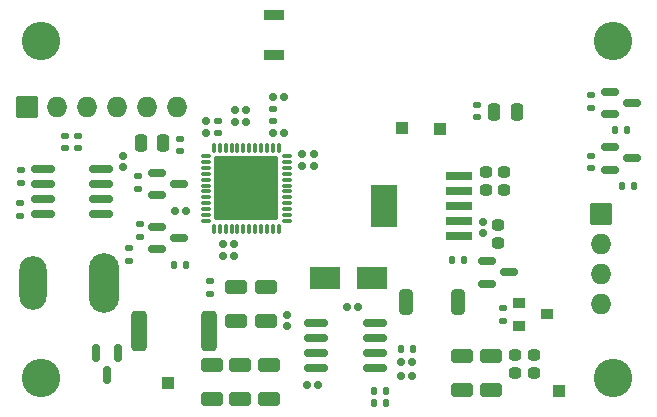
<source format=gts>
G04 #@! TF.GenerationSoftware,KiCad,Pcbnew,(6.0.0)*
G04 #@! TF.CreationDate,2022-02-07T00:21:05-08:00*
G04 #@! TF.ProjectId,LightsAuxiliary_Rev_C,4c696768-7473-4417-9578-696c69617279,rev?*
G04 #@! TF.SameCoordinates,Original*
G04 #@! TF.FileFunction,Soldermask,Top*
G04 #@! TF.FilePolarity,Negative*
%FSLAX46Y46*%
G04 Gerber Fmt 4.6, Leading zero omitted, Abs format (unit mm)*
G04 Created by KiCad (PCBNEW (6.0.0)) date 2022-02-07 00:21:05*
%MOMM*%
%LPD*%
G01*
G04 APERTURE LIST*
G04 Aperture macros list*
%AMRoundRect*
0 Rectangle with rounded corners*
0 $1 Rounding radius*
0 $2 $3 $4 $5 $6 $7 $8 $9 X,Y pos of 4 corners*
0 Add a 4 corners polygon primitive as box body*
4,1,4,$2,$3,$4,$5,$6,$7,$8,$9,$2,$3,0*
0 Add four circle primitives for the rounded corners*
1,1,$1+$1,$2,$3*
1,1,$1+$1,$4,$5*
1,1,$1+$1,$6,$7*
1,1,$1+$1,$8,$9*
0 Add four rect primitives between the rounded corners*
20,1,$1+$1,$2,$3,$4,$5,0*
20,1,$1+$1,$4,$5,$6,$7,0*
20,1,$1+$1,$6,$7,$8,$9,0*
20,1,$1+$1,$8,$9,$2,$3,0*%
G04 Aperture macros list end*
%ADD10RoundRect,0.087900X-0.062500X0.337500X-0.062500X-0.337500X0.062500X-0.337500X0.062500X0.337500X0*%
%ADD11RoundRect,0.087900X-0.337500X0.062500X-0.337500X-0.062500X0.337500X-0.062500X0.337500X0.062500X0*%
%ADD12RoundRect,0.025400X-2.650000X2.650000X-2.650000X-2.650000X2.650000X-2.650000X2.650000X2.650000X0*%
%ADD13RoundRect,0.025400X-0.500000X-0.500000X0.500000X-0.500000X0.500000X0.500000X-0.500000X0.500000X0*%
%ADD14C,3.250800*%
%ADD15RoundRect,0.160400X0.185000X-0.135000X0.185000X0.135000X-0.185000X0.135000X-0.185000X-0.135000X0*%
%ADD16RoundRect,0.269150X0.243750X0.456250X-0.243750X0.456250X-0.243750X-0.456250X0.243750X-0.456250X0*%
%ADD17RoundRect,0.165400X0.170000X-0.140000X0.170000X0.140000X-0.170000X0.140000X-0.170000X-0.140000X0*%
%ADD18RoundRect,0.175400X-0.587500X-0.150000X0.587500X-0.150000X0.587500X0.150000X-0.587500X0.150000X0*%
%ADD19RoundRect,0.160400X-0.185000X0.135000X-0.185000X-0.135000X0.185000X-0.135000X0.185000X0.135000X0*%
%ADD20RoundRect,0.165400X-0.140000X-0.170000X0.140000X-0.170000X0.140000X0.170000X-0.140000X0.170000X0*%
%ADD21RoundRect,0.160400X0.135000X0.185000X-0.135000X0.185000X-0.135000X-0.185000X0.135000X-0.185000X0*%
%ADD22RoundRect,0.160400X-0.135000X-0.185000X0.135000X-0.185000X0.135000X0.185000X-0.135000X0.185000X0*%
%ADD23RoundRect,0.250400X-0.250000X0.225000X-0.250000X-0.225000X0.250000X-0.225000X0.250000X0.225000X0*%
%ADD24RoundRect,0.275400X-0.650000X0.325000X-0.650000X-0.325000X0.650000X-0.325000X0.650000X0.325000X0*%
%ADD25RoundRect,0.025400X0.800000X-0.400000X0.800000X0.400000X-0.800000X0.400000X-0.800000X-0.400000X0*%
%ADD26RoundRect,0.300400X-0.275000X-0.775000X0.275000X-0.775000X0.275000X0.775000X-0.275000X0.775000X0*%
%ADD27RoundRect,0.269150X-0.243750X-0.456250X0.243750X-0.456250X0.243750X0.456250X-0.243750X0.456250X0*%
%ADD28RoundRect,0.025400X1.100000X0.300000X-1.100000X0.300000X-1.100000X-0.300000X1.100000X-0.300000X0*%
%ADD29RoundRect,0.025400X1.075000X1.725000X-1.075000X1.725000X-1.075000X-1.725000X1.075000X-1.725000X0*%
%ADD30RoundRect,0.275400X0.650000X-0.325000X0.650000X0.325000X-0.650000X0.325000X-0.650000X-0.325000X0*%
%ADD31RoundRect,0.175400X-0.825000X-0.150000X0.825000X-0.150000X0.825000X0.150000X-0.825000X0.150000X0*%
%ADD32O,2.550800X5.050800*%
%ADD33O,2.300800X4.550800*%
%ADD34RoundRect,0.175400X-0.150000X0.587500X-0.150000X-0.587500X0.150000X-0.587500X0.150000X0.587500X0*%
%ADD35RoundRect,0.275400X-0.362500X-1.425000X0.362500X-1.425000X0.362500X1.425000X-0.362500X1.425000X0*%
%ADD36O,1.750800X1.750800*%
%ADD37RoundRect,0.025400X-0.850000X-0.850000X0.850000X-0.850000X0.850000X0.850000X-0.850000X0.850000X0*%
%ADD38RoundRect,0.250400X0.250000X-0.225000X0.250000X0.225000X-0.250000X0.225000X-0.250000X-0.225000X0*%
%ADD39RoundRect,0.025400X1.250000X0.900000X-1.250000X0.900000X-1.250000X-0.900000X1.250000X-0.900000X0*%
%ADD40RoundRect,0.025400X-0.500000X-0.350000X0.500000X-0.350000X0.500000X0.350000X-0.500000X0.350000X0*%
%ADD41RoundRect,0.165400X-0.170000X0.140000X-0.170000X-0.140000X0.170000X-0.140000X0.170000X0.140000X0*%
%ADD42RoundRect,0.165400X0.140000X0.170000X-0.140000X0.170000X-0.140000X-0.170000X0.140000X-0.170000X0*%
%ADD43RoundRect,0.025400X0.850000X-0.850000X0.850000X0.850000X-0.850000X0.850000X-0.850000X-0.850000X0*%
G04 APERTURE END LIST*
D10*
X136862000Y-97896000D03*
X136362000Y-97896000D03*
X135862000Y-97896000D03*
X135362000Y-97896000D03*
X134862000Y-97896000D03*
X134362000Y-97896000D03*
X133862000Y-97896000D03*
X133362000Y-97896000D03*
X132862000Y-97896000D03*
X132362000Y-97896000D03*
X131862000Y-97896000D03*
X131362000Y-97896000D03*
D11*
X130662000Y-98596000D03*
X130662000Y-99096000D03*
X130662000Y-99596000D03*
X130662000Y-100096000D03*
X130662000Y-100596000D03*
X130662000Y-101096000D03*
X130662000Y-101596000D03*
X130662000Y-102096000D03*
X130662000Y-102596000D03*
X130662000Y-103096000D03*
X130662000Y-103596000D03*
X130662000Y-104096000D03*
D10*
X131362000Y-104796000D03*
X131862000Y-104796000D03*
X132362000Y-104796000D03*
X132862000Y-104796000D03*
X133362000Y-104796000D03*
X133862000Y-104796000D03*
X134362000Y-104796000D03*
X134862000Y-104796000D03*
X135362000Y-104796000D03*
X135862000Y-104796000D03*
X136362000Y-104796000D03*
X136862000Y-104796000D03*
D11*
X137562000Y-104096000D03*
X137562000Y-103596000D03*
X137562000Y-103096000D03*
X137562000Y-102596000D03*
X137562000Y-102096000D03*
X137562000Y-101596000D03*
X137562000Y-101096000D03*
X137562000Y-100596000D03*
X137562000Y-100096000D03*
X137562000Y-99596000D03*
X137562000Y-99096000D03*
X137562000Y-98596000D03*
D12*
X134112000Y-101346000D03*
D13*
X147320000Y-96266000D03*
X127508000Y-117805200D03*
X160578800Y-118516400D03*
X150520400Y-96316800D03*
D14*
X116712060Y-117348940D03*
X116712060Y-88863145D03*
X165197866Y-117348940D03*
X165197866Y-88863145D03*
D15*
X128524000Y-98173000D03*
X128524000Y-97153000D03*
D16*
X125173500Y-97536000D03*
X127048500Y-97536000D03*
D17*
X123698000Y-99540000D03*
X123698000Y-98580000D03*
D18*
X128445500Y-100965000D03*
X126570500Y-101915000D03*
X126570500Y-100015000D03*
D19*
X118745000Y-97919000D03*
X118745000Y-96899000D03*
D20*
X139220000Y-117983000D03*
X140180000Y-117983000D03*
D21*
X148211000Y-114935000D03*
X147191000Y-114935000D03*
D22*
X128014000Y-107823000D03*
X129034000Y-107823000D03*
D23*
X156845000Y-115430000D03*
X156845000Y-116980000D03*
D24*
X131191000Y-116254000D03*
X131191000Y-119204000D03*
D19*
X119888000Y-96899000D03*
X119888000Y-97919000D03*
X131699000Y-95629000D03*
X131699000Y-96649000D03*
X124206000Y-106424000D03*
X124206000Y-107444000D03*
D25*
X136433000Y-86670000D03*
X136433000Y-90070000D03*
D26*
X147660000Y-110998000D03*
X152060000Y-110998000D03*
D17*
X138811000Y-99413000D03*
X138811000Y-98453000D03*
D20*
X147221000Y-117221000D03*
X148181000Y-117221000D03*
X132108000Y-106045000D03*
X133068000Y-106045000D03*
D15*
X155829000Y-111504000D03*
X155829000Y-112524000D03*
X115057500Y-100840000D03*
X115057500Y-99820000D03*
D19*
X153670000Y-94282800D03*
X153670000Y-95302800D03*
D21*
X152529000Y-107442000D03*
X151509000Y-107442000D03*
D19*
X125095000Y-105412000D03*
X125095000Y-104392000D03*
D27*
X155120100Y-94843600D03*
X156995100Y-94843600D03*
D18*
X154510500Y-107508000D03*
X154510500Y-109408000D03*
X156385500Y-108458000D03*
D17*
X130683000Y-96619000D03*
X130683000Y-95659000D03*
D28*
X152108500Y-100330000D03*
X152108500Y-101600000D03*
X152108500Y-102870000D03*
D29*
X145808500Y-102870000D03*
D28*
X152108500Y-104140000D03*
X152108500Y-105410000D03*
D30*
X133223000Y-112600000D03*
X133223000Y-109650000D03*
D31*
X140019000Y-112776000D03*
X140019000Y-114046000D03*
X140019000Y-115316000D03*
X140019000Y-116586000D03*
X144969000Y-116586000D03*
X144969000Y-115316000D03*
X144969000Y-114046000D03*
X144969000Y-112776000D03*
D22*
X166372000Y-96393000D03*
X165352000Y-96393000D03*
D32*
X122042500Y-109347000D03*
D33*
X116042500Y-109347000D03*
D17*
X139827000Y-99413000D03*
X139827000Y-98453000D03*
D23*
X155448000Y-104409000D03*
X155448000Y-105959000D03*
D30*
X135763000Y-112600000D03*
X135763000Y-109650000D03*
D22*
X166958500Y-101153000D03*
X165938500Y-101153000D03*
D21*
X145925000Y-119507000D03*
X144905000Y-119507000D03*
D24*
X133604000Y-116254000D03*
X133604000Y-119204000D03*
D22*
X144905000Y-118491000D03*
X145925000Y-118491000D03*
D34*
X123251000Y-115267500D03*
X121351000Y-115267500D03*
X122301000Y-117142500D03*
D35*
X130978500Y-113411000D03*
X125053500Y-113411000D03*
D36*
X164154000Y-111135000D03*
X164154000Y-108595000D03*
X164154000Y-106055000D03*
D37*
X164154000Y-103515000D03*
D20*
X147221000Y-116078000D03*
X148181000Y-116078000D03*
D19*
X163322000Y-94490000D03*
X163322000Y-93470000D03*
D31*
X116900500Y-99695000D03*
X116900500Y-100965000D03*
X116900500Y-102235000D03*
X116900500Y-103505000D03*
X121850500Y-103505000D03*
X121850500Y-102235000D03*
X121850500Y-100965000D03*
X121850500Y-99695000D03*
D19*
X114930500Y-102614000D03*
X114930500Y-103634000D03*
D24*
X152400000Y-115492000D03*
X152400000Y-118442000D03*
D38*
X154432000Y-99936000D03*
X154432000Y-101486000D03*
D17*
X137541000Y-113002000D03*
X137541000Y-112042000D03*
D18*
X166799500Y-94107000D03*
X164924500Y-95057000D03*
X164924500Y-93157000D03*
D20*
X136375200Y-93573600D03*
X137335200Y-93573600D03*
D39*
X144748000Y-108966000D03*
X140748000Y-108966000D03*
D19*
X136395400Y-94613000D03*
X136395400Y-95633000D03*
D24*
X154813000Y-115492000D03*
X154813000Y-118442000D03*
D40*
X159569000Y-112014000D03*
X157169000Y-112964000D03*
X157169000Y-111064000D03*
D41*
X154178000Y-104168000D03*
X154178000Y-105128000D03*
D38*
X155956000Y-99936000D03*
X155956000Y-101486000D03*
D42*
X134112000Y-95707200D03*
X133152000Y-95707200D03*
D19*
X163273500Y-99631000D03*
X163273500Y-98611000D03*
D23*
X158496000Y-115430000D03*
X158496000Y-116980000D03*
D20*
X132108000Y-107061000D03*
X133068000Y-107061000D03*
D43*
X115570000Y-94488000D03*
D36*
X118110000Y-94488000D03*
X120650000Y-94488000D03*
X123190000Y-94488000D03*
X125730000Y-94488000D03*
X128270000Y-94488000D03*
D24*
X136017000Y-116254000D03*
X136017000Y-119204000D03*
D20*
X142649000Y-111379000D03*
X143609000Y-111379000D03*
D18*
X166799500Y-98806000D03*
X164924500Y-99756000D03*
X164924500Y-97856000D03*
D19*
X131064000Y-109218000D03*
X131064000Y-110238000D03*
D18*
X128445500Y-105537000D03*
X126570500Y-106487000D03*
X126570500Y-104587000D03*
D42*
X134112000Y-94691200D03*
X133152000Y-94691200D03*
D19*
X124968000Y-101348000D03*
X124968000Y-100328000D03*
D20*
X136347200Y-96647000D03*
X137307200Y-96647000D03*
D42*
X129004000Y-103251000D03*
X128044000Y-103251000D03*
M02*

</source>
